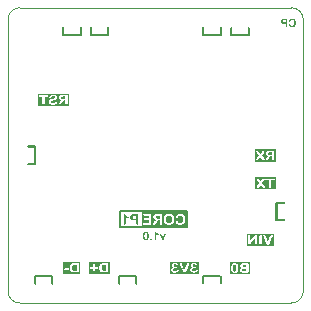
<source format=gbo>
%TF.GenerationSoftware,KiCad,Pcbnew,9.0.1*%
%TF.CreationDate,2025-12-15T20:55:04-06:00*%
%TF.ProjectId,ProtoCore_v1,50726f74-6f43-46f7-9265-5f76312e6b69,rev?*%
%TF.SameCoordinates,Original*%
%TF.FileFunction,Legend,Bot*%
%TF.FilePolarity,Positive*%
%FSLAX46Y46*%
G04 Gerber Fmt 4.6, Leading zero omitted, Abs format (unit mm)*
G04 Created by KiCad (PCBNEW 9.0.1) date 2025-12-15 20:55:04*
%MOMM*%
%LPD*%
G01*
G04 APERTURE LIST*
%ADD10C,0.150000*%
%ADD11C,0.100000*%
%ADD12C,0.200000*%
%ADD13C,0.175000*%
%ADD14R,1.750000X1.000000*%
%ADD15R,1.000000X1.750000*%
%ADD16C,0.800000*%
%TA.AperFunction,Profile*%
%ADD17C,0.100000*%
%TD*%
G04 APERTURE END LIST*
D10*
X147010000Y-104740000D02*
X152640000Y-104740000D01*
X152640000Y-106100000D01*
X147010000Y-106100000D01*
X147010000Y-104740000D01*
D11*
X144525000Y-89150000D02*
X144525000Y-89750000D01*
X160250000Y-105425000D02*
X160250000Y-103975000D01*
D12*
X142125000Y-89175000D02*
X142125000Y-89775000D01*
X146000000Y-89175000D02*
X146000000Y-89775000D01*
X154000000Y-89175000D02*
X154000000Y-89775000D01*
X139200000Y-100750000D02*
X139800000Y-100750000D01*
X155475000Y-89775000D02*
X154025000Y-89775000D01*
D11*
X148855000Y-104780000D02*
X148855000Y-106070000D01*
D12*
X154025000Y-110225000D02*
X155475000Y-110225000D01*
X139775000Y-110225000D02*
X141225000Y-110225000D01*
D11*
X157850000Y-89150000D02*
X157850000Y-89750000D01*
X141225000Y-110850000D02*
X141225000Y-110250000D01*
D12*
X160225000Y-105475000D02*
X160225000Y-104025000D01*
D11*
X157850000Y-89750000D02*
X156400000Y-89750000D01*
X160850000Y-103975000D02*
X160250000Y-103975000D01*
D12*
X148375000Y-110800000D02*
X148375000Y-110200000D01*
D11*
X139175000Y-100725000D02*
X139775000Y-100725000D01*
D12*
X160825000Y-105500000D02*
X160225000Y-105500000D01*
D11*
X139775000Y-110250000D02*
X141225000Y-110250000D01*
X160850000Y-105425000D02*
X160250000Y-105425000D01*
X139775000Y-110850000D02*
X139775000Y-110250000D01*
D12*
X143650000Y-89175000D02*
X143650000Y-89775000D01*
X157850000Y-89800000D02*
X156400000Y-89800000D01*
D11*
X143600000Y-89750000D02*
X142150000Y-89750000D01*
X145975000Y-89750000D02*
X144525000Y-89750000D01*
X148935000Y-104830000D02*
X152545000Y-104830000D01*
D12*
X146875000Y-110825000D02*
X146875000Y-110225000D01*
X139800000Y-99275000D02*
X139800000Y-100725000D01*
X157875000Y-89200000D02*
X157875000Y-89800000D01*
D11*
X148885000Y-106000000D02*
X152565000Y-106000000D01*
D12*
X156375000Y-89200000D02*
X156375000Y-89800000D01*
X155500000Y-89175000D02*
X155500000Y-89775000D01*
D11*
X156400000Y-89150000D02*
X156400000Y-89750000D01*
D12*
X139750000Y-110825000D02*
X139750000Y-110225000D01*
D11*
X143600000Y-89150000D02*
X143600000Y-89750000D01*
D12*
X143600000Y-89775000D02*
X142150000Y-89775000D01*
X144500000Y-89175000D02*
X144500000Y-89775000D01*
X154000000Y-110825000D02*
X154000000Y-110225000D01*
D11*
X142150000Y-89150000D02*
X142150000Y-89750000D01*
D12*
X155500000Y-110825000D02*
X155500000Y-110225000D01*
D11*
X148350000Y-110850000D02*
X148350000Y-110250000D01*
X146900000Y-110250000D02*
X148350000Y-110250000D01*
X139175000Y-99275000D02*
X139775000Y-99275000D01*
X139775000Y-99275000D02*
X139775000Y-100725000D01*
D12*
X141250000Y-110825000D02*
X141250000Y-110225000D01*
X146900000Y-110225000D02*
X148350000Y-110225000D01*
X160825000Y-104000000D02*
X160225000Y-104000000D01*
D11*
X146900000Y-110850000D02*
X146900000Y-110250000D01*
X145975000Y-89150000D02*
X145975000Y-89750000D01*
D12*
X145975000Y-89775000D02*
X144525000Y-89775000D01*
X139200000Y-99250000D02*
X139800000Y-99250000D01*
D11*
X155475000Y-89750000D02*
X154025000Y-89750000D01*
X155475000Y-89150000D02*
X155475000Y-89750000D01*
X154025000Y-89150000D02*
X154025000Y-89750000D01*
D12*
G36*
X156732143Y-109246409D02*
G01*
X156762110Y-109259468D01*
X156786668Y-109281369D01*
X156806334Y-109314177D01*
X156822100Y-109363691D01*
X156833350Y-109436111D01*
X156837713Y-109538197D01*
X156833958Y-109636568D01*
X156824249Y-109706773D01*
X156812247Y-109749701D01*
X156797027Y-109781946D01*
X156779241Y-109805643D01*
X156755944Y-109824013D01*
X156727947Y-109835079D01*
X156693787Y-109838958D01*
X156658464Y-109834900D01*
X156629894Y-109823372D01*
X156606464Y-109804275D01*
X156588633Y-109779738D01*
X156573625Y-109747135D01*
X156562061Y-109704575D01*
X156552816Y-109634488D01*
X156549201Y-109533801D01*
X156552959Y-109438105D01*
X156562665Y-109369914D01*
X156574653Y-109328311D01*
X156589881Y-109297053D01*
X156607728Y-109274073D01*
X156630946Y-109256434D01*
X156659495Y-109245654D01*
X156694996Y-109241833D01*
X156732143Y-109246409D01*
G37*
G36*
X157691763Y-109813947D02*
G01*
X157497389Y-109813947D01*
X157433792Y-109809628D01*
X157387763Y-109798234D01*
X157355094Y-109781373D01*
X157332698Y-109759508D01*
X157318969Y-109731871D01*
X157314060Y-109696613D01*
X157319776Y-109658898D01*
X157335582Y-109630698D01*
X157361376Y-109609614D01*
X157394481Y-109595703D01*
X157440587Y-109586205D01*
X157503544Y-109582600D01*
X157691763Y-109582600D01*
X157691763Y-109813947D01*
G37*
G36*
X157691763Y-109463801D02*
G01*
X157526295Y-109463801D01*
X157462309Y-109460547D01*
X157421606Y-109452517D01*
X157399071Y-109442754D01*
X157380532Y-109428618D01*
X157365498Y-109409579D01*
X157354178Y-109385912D01*
X157350330Y-109359216D01*
X157356285Y-109322255D01*
X157372307Y-109296978D01*
X157398251Y-109280179D01*
X157431169Y-109270280D01*
X157478738Y-109263290D01*
X157545309Y-109260591D01*
X157691763Y-109260591D01*
X157691763Y-109463801D01*
G37*
G36*
X157977840Y-110051505D02*
G01*
X156277248Y-110051505D01*
X156277248Y-109544792D01*
X156377248Y-109544792D01*
X156380599Y-109631810D01*
X156389613Y-109699886D01*
X156407414Y-109762391D01*
X156435280Y-109817709D01*
X156466585Y-109857750D01*
X156502769Y-109890501D01*
X156544146Y-109916676D01*
X156590016Y-109935929D01*
X156639212Y-109947547D01*
X156692578Y-109951505D01*
X156753544Y-109946204D01*
X156809317Y-109930616D01*
X156861124Y-109904561D01*
X156906170Y-109869783D01*
X156943483Y-109826887D01*
X156973341Y-109774722D01*
X156989682Y-109727473D01*
X156993743Y-109708874D01*
X157125511Y-109708874D01*
X157129944Y-109752989D01*
X157142944Y-109793384D01*
X157164528Y-109830849D01*
X157193671Y-109863943D01*
X157228549Y-109890480D01*
X157269822Y-109910960D01*
X157313222Y-109923829D01*
X157364948Y-109932698D01*
X157420771Y-109937308D01*
X157490025Y-109939000D01*
X157765403Y-109939000D01*
X157804782Y-109935803D01*
X157832591Y-109927398D01*
X157851846Y-109914819D01*
X157865414Y-109897172D01*
X157874436Y-109872380D01*
X157877840Y-109838078D01*
X157877840Y-109236459D01*
X157874321Y-109201472D01*
X157865054Y-109176594D01*
X157851187Y-109159230D01*
X157831640Y-109146862D01*
X157803964Y-109138644D01*
X157765403Y-109135538D01*
X157473428Y-109135538D01*
X157410817Y-109137462D01*
X157361156Y-109142670D01*
X157315565Y-109153272D01*
X157275812Y-109170221D01*
X157245504Y-109189429D01*
X157218769Y-109213305D01*
X157196892Y-109240820D01*
X157180960Y-109270995D01*
X157171228Y-109303272D01*
X157167936Y-109337722D01*
X157170457Y-109359216D01*
X157173353Y-109383912D01*
X157188884Y-109423373D01*
X157214341Y-109457542D01*
X157250722Y-109487295D01*
X157300102Y-109512845D01*
X157243616Y-109533473D01*
X157200275Y-109558642D01*
X157167813Y-109588122D01*
X157144746Y-109622284D01*
X157130508Y-109662066D01*
X157126820Y-109696613D01*
X157125511Y-109708874D01*
X156993743Y-109708874D01*
X157001423Y-109673703D01*
X157008018Y-109617256D01*
X157010326Y-109554122D01*
X157007727Y-109473190D01*
X157000489Y-109404645D01*
X156987289Y-109340718D01*
X156969659Y-109290144D01*
X156940843Y-109240833D01*
X156905554Y-109201382D01*
X156863597Y-109170465D01*
X156815279Y-109147969D01*
X156760398Y-109134113D01*
X156697469Y-109129286D01*
X156635827Y-109134037D01*
X156581844Y-109147702D01*
X156533040Y-109170370D01*
X156490620Y-109201533D01*
X156454950Y-109240348D01*
X156424125Y-109289118D01*
X156405359Y-109333725D01*
X156390599Y-109389719D01*
X156380819Y-109459272D01*
X156377707Y-109533801D01*
X156377248Y-109544792D01*
X156277248Y-109544792D01*
X156277248Y-109029286D01*
X157977840Y-109029286D01*
X157977840Y-110051505D01*
G37*
G36*
X148469165Y-104966554D02*
G01*
X148497961Y-104975682D01*
X148518439Y-104989374D01*
X148533139Y-105008827D01*
X148542918Y-105036852D01*
X148546631Y-105076477D01*
X148546631Y-105769510D01*
X148543382Y-105805066D01*
X148534567Y-105832116D01*
X148520967Y-105852601D01*
X148502202Y-105868301D01*
X148479987Y-105877763D01*
X148453263Y-105881068D01*
X148427780Y-105877801D01*
X148405934Y-105868312D01*
X148386823Y-105852327D01*
X148372859Y-105831574D01*
X148363825Y-105804202D01*
X148360499Y-105768246D01*
X148360499Y-105515290D01*
X148195031Y-105515290D01*
X148109377Y-105509998D01*
X148040402Y-105495459D01*
X147985140Y-105473198D01*
X147941140Y-105444014D01*
X147904756Y-105405531D01*
X147878335Y-105359025D01*
X147861682Y-105302840D01*
X147856086Y-105238593D01*
X148044345Y-105238593D01*
X148050337Y-105284210D01*
X148066767Y-105317783D01*
X148093537Y-105343247D01*
X148132108Y-105361307D01*
X148177841Y-105370958D01*
X148239324Y-105374606D01*
X148360499Y-105374606D01*
X148360499Y-105103789D01*
X148239324Y-105103789D01*
X148175251Y-105107148D01*
X148130027Y-105115823D01*
X148099147Y-105128119D01*
X148078912Y-105143027D01*
X148060022Y-105169437D01*
X148048427Y-105200831D01*
X148044345Y-105238593D01*
X147856086Y-105238593D01*
X147855741Y-105234636D01*
X147861195Y-105172119D01*
X147876789Y-105118133D01*
X147902852Y-105070089D01*
X147938448Y-105030425D01*
X147982406Y-104999900D01*
X148034728Y-104979152D01*
X148096959Y-104967744D01*
X148195086Y-104963106D01*
X148429303Y-104963106D01*
X148469165Y-104966554D01*
G37*
G36*
X147449956Y-105779896D02*
G01*
X147449956Y-105225184D01*
X147558741Y-105301555D01*
X147623011Y-105334882D01*
X147658454Y-105342952D01*
X147683219Y-105337813D01*
X147705550Y-105321849D01*
X147720956Y-105298852D01*
X147725993Y-105272885D01*
X147720633Y-105244130D01*
X147705935Y-105225569D01*
X147681706Y-105210229D01*
X147635867Y-105186991D01*
X147566537Y-105149503D01*
X147517275Y-105113407D01*
X147475383Y-105072463D01*
X147438470Y-105026853D01*
X147393353Y-104967502D01*
X147379572Y-104959445D01*
X147352906Y-104956071D01*
X147331847Y-104959004D01*
X147314279Y-104967484D01*
X147299325Y-104981845D01*
X147284662Y-105010942D01*
X147279212Y-105052462D01*
X147279212Y-105755826D01*
X147283773Y-105806868D01*
X147295504Y-105841121D01*
X147312644Y-105863313D01*
X147335258Y-105876415D01*
X147365216Y-105881068D01*
X147389575Y-105878079D01*
X147409747Y-105869539D01*
X147426710Y-105855404D01*
X147439014Y-105836884D01*
X147447006Y-105812316D01*
X147449956Y-105779896D01*
G37*
G36*
X160012520Y-107651505D02*
G01*
X157731278Y-107651505D01*
X157731278Y-106814380D01*
X157831278Y-106814380D01*
X157831278Y-107444478D01*
X157836162Y-107486532D01*
X157848974Y-107515550D01*
X157868351Y-107535099D01*
X157894978Y-107547121D01*
X157931406Y-107551505D01*
X157955568Y-107549840D01*
X157976359Y-107545106D01*
X157995452Y-107537007D01*
X158013728Y-107524931D01*
X158045931Y-107492691D01*
X158075552Y-107455127D01*
X158414732Y-106992482D01*
X158414732Y-107456983D01*
X158417840Y-107487257D01*
X158426264Y-107510209D01*
X158439241Y-107527520D01*
X158457039Y-107540824D01*
X158477641Y-107548759D01*
X158501945Y-107551505D01*
X158527085Y-107548692D01*
X158547882Y-107540644D01*
X158565362Y-107527276D01*
X158577968Y-107509876D01*
X158586146Y-107486992D01*
X158589158Y-107457032D01*
X158589158Y-106838951D01*
X158587718Y-106819851D01*
X158792050Y-106819851D01*
X158792050Y-107451023D01*
X158795389Y-107483841D01*
X158804370Y-107508326D01*
X158818099Y-107526445D01*
X158837009Y-107540266D01*
X158859306Y-107548597D01*
X158886023Y-107551505D01*
X158911512Y-107548614D01*
X158933261Y-107540236D01*
X158952188Y-107526152D01*
X158965925Y-107507868D01*
X158974870Y-107483443D01*
X158978182Y-107451023D01*
X158978182Y-106819851D01*
X158975582Y-106794157D01*
X159118975Y-106794157D01*
X159122712Y-106820437D01*
X159132000Y-106847939D01*
X159143046Y-106875587D01*
X159361325Y-107399097D01*
X159384736Y-107456299D01*
X159397674Y-107482321D01*
X159411994Y-107504170D01*
X159429962Y-107522901D01*
X159453429Y-107538218D01*
X159481290Y-107547992D01*
X159516682Y-107551505D01*
X159552052Y-107548055D01*
X159579935Y-107538462D01*
X159603410Y-107523292D01*
X159621700Y-107504170D01*
X159649233Y-107456055D01*
X159672643Y-107399097D01*
X159887186Y-106879935D01*
X159898617Y-106852042D01*
X159908509Y-106822342D01*
X159912520Y-106795231D01*
X159906319Y-106768488D01*
X159886802Y-106743354D01*
X159868261Y-106730361D01*
X159847019Y-106722591D01*
X159822230Y-106719907D01*
X159791941Y-106723166D01*
X159770255Y-106731946D01*
X159754911Y-106745796D01*
X159736672Y-106775858D01*
X159714849Y-106827569D01*
X159512341Y-107360605D01*
X159309283Y-106823759D01*
X159285213Y-106764163D01*
X159274674Y-106748379D01*
X159258230Y-106733584D01*
X159236918Y-106723591D01*
X159206793Y-106719907D01*
X159183790Y-106722564D01*
X159162609Y-106730507D01*
X159144361Y-106742905D01*
X159130626Y-106758692D01*
X159121796Y-106776609D01*
X159118975Y-106794157D01*
X158975582Y-106794157D01*
X158974899Y-106787407D01*
X158966054Y-106763095D01*
X158952518Y-106745015D01*
X158933797Y-106731120D01*
X158911958Y-106722797D01*
X158886023Y-106719907D01*
X158859286Y-106722791D01*
X158836989Y-106731047D01*
X158818099Y-106744722D01*
X158804383Y-106762662D01*
X158795397Y-106787036D01*
X158792050Y-106819851D01*
X158587718Y-106819851D01*
X158586340Y-106801567D01*
X158579211Y-106776620D01*
X158563563Y-106754041D01*
X158539808Y-106735734D01*
X158511087Y-106723836D01*
X158480403Y-106719907D01*
X158456575Y-106721839D01*
X158437593Y-106727185D01*
X158420818Y-106735698D01*
X158406379Y-106746676D01*
X158379121Y-106778232D01*
X158350435Y-106818385D01*
X158002627Y-107288357D01*
X158002627Y-106814819D01*
X157999671Y-106783885D01*
X157991742Y-106760802D01*
X157979711Y-106743745D01*
X157962846Y-106730608D01*
X157942589Y-106722685D01*
X157917887Y-106719907D01*
X157892323Y-106722701D01*
X157871578Y-106730620D01*
X157854524Y-106743647D01*
X157842301Y-106760665D01*
X157834268Y-106783640D01*
X157831278Y-106814380D01*
X157731278Y-106814380D01*
X157731278Y-106619907D01*
X160012520Y-106619907D01*
X160012520Y-107651505D01*
G37*
G36*
X145814290Y-109782695D02*
G01*
X145677728Y-109782695D01*
X145606672Y-109780545D01*
X145553586Y-109769701D01*
X145527750Y-109759141D01*
X145506105Y-109745374D01*
X145475761Y-109716905D01*
X145451015Y-109680765D01*
X145432038Y-109635461D01*
X145419619Y-109579051D01*
X145415100Y-109509240D01*
X145420474Y-109430620D01*
X145434583Y-109373316D01*
X145455107Y-109332457D01*
X145485189Y-109296805D01*
X145517865Y-109272563D01*
X145553640Y-109257866D01*
X145615549Y-109246179D01*
X145695533Y-109241843D01*
X145814290Y-109241843D01*
X145814290Y-109782695D01*
G37*
G36*
X146100422Y-110014000D02*
G01*
X144382025Y-110014000D01*
X144382025Y-109445053D01*
X144482025Y-109445053D01*
X144482025Y-109591990D01*
X144718715Y-109591990D01*
X144718715Y-109798326D01*
X144880831Y-109798326D01*
X144880831Y-109591990D01*
X145116311Y-109591990D01*
X145116311Y-109510266D01*
X145226550Y-109510266D01*
X145230251Y-109580819D01*
X145240729Y-109642255D01*
X145259062Y-109699787D01*
X145284528Y-109750015D01*
X145318236Y-109795389D01*
X145360530Y-109835939D01*
X145398810Y-109862074D01*
X145440269Y-109882346D01*
X145484804Y-109897147D01*
X145533197Y-109906916D01*
X145584447Y-109912127D01*
X145645140Y-109914000D01*
X145883094Y-109914000D01*
X145929828Y-109910106D01*
X145959096Y-109900371D01*
X145980387Y-109883855D01*
X145992618Y-109862025D01*
X145998249Y-109835492D01*
X146000422Y-109798326D01*
X146000422Y-109211459D01*
X145996887Y-109176871D01*
X145987529Y-109152031D01*
X145973439Y-109134474D01*
X145953658Y-109121977D01*
X145925676Y-109113675D01*
X145886721Y-109110538D01*
X145648822Y-109110538D01*
X145559205Y-109114683D01*
X145489069Y-109125877D01*
X145446200Y-109139000D01*
X145405963Y-109158077D01*
X145367949Y-109183469D01*
X145326471Y-109220577D01*
X145292107Y-109263465D01*
X145264606Y-109312827D01*
X145244106Y-109369610D01*
X145231128Y-109434977D01*
X145226612Y-109509240D01*
X145226550Y-109510266D01*
X145116311Y-109510266D01*
X145116311Y-109445053D01*
X144880831Y-109445053D01*
X144880831Y-109235591D01*
X144718715Y-109235591D01*
X144718715Y-109445053D01*
X144482025Y-109445053D01*
X144382025Y-109445053D01*
X144382025Y-109010538D01*
X146100422Y-109010538D01*
X146100422Y-110014000D01*
G37*
G36*
X159866763Y-99951306D02*
G01*
X159704977Y-99951306D01*
X159642091Y-99948574D01*
X159594903Y-99941341D01*
X159554583Y-99927366D01*
X159527144Y-99907635D01*
X159514656Y-99890642D01*
X159506716Y-99869198D01*
X159503843Y-99842080D01*
X159508642Y-99811084D01*
X159522637Y-99784586D01*
X159544797Y-99763031D01*
X159574679Y-99747461D01*
X159614089Y-99739366D01*
X159700086Y-99735591D01*
X159866763Y-99735591D01*
X159866763Y-99951306D01*
G37*
G36*
X160152840Y-100526505D02*
G01*
X158406746Y-100526505D01*
X158406746Y-100355772D01*
X158506746Y-100355772D01*
X158509452Y-100374558D01*
X158517462Y-100391480D01*
X158530234Y-100405842D01*
X158547632Y-100417028D01*
X158568065Y-100424079D01*
X158591486Y-100426505D01*
X158616382Y-100423940D01*
X158635999Y-100416784D01*
X158652586Y-100405799D01*
X158665400Y-100392750D01*
X158706726Y-100337503D01*
X158863896Y-100118319D01*
X159030848Y-100344048D01*
X159058875Y-100382297D01*
X159079098Y-100403790D01*
X159107290Y-100420399D01*
X159124489Y-100424895D01*
X159145484Y-100426505D01*
X159176889Y-100421774D01*
X159201757Y-100408089D01*
X159218107Y-100386431D01*
X159223087Y-100359924D01*
X159299302Y-100359924D01*
X159302100Y-100375799D01*
X159310952Y-100392164D01*
X159324603Y-100406359D01*
X159342661Y-100417321D01*
X159363833Y-100424121D01*
X159388988Y-100426505D01*
X159418391Y-100423084D01*
X159441524Y-100413462D01*
X159461174Y-100398769D01*
X159477959Y-100380538D01*
X159518955Y-100322408D01*
X159592155Y-100214160D01*
X159631587Y-100158945D01*
X159662277Y-100123790D01*
X159694558Y-100096884D01*
X159724706Y-100081487D01*
X159758657Y-100073216D01*
X159804555Y-100070106D01*
X159866763Y-100070106D01*
X159866763Y-100326023D01*
X159870104Y-100359606D01*
X159879010Y-100384197D01*
X159892482Y-100401983D01*
X159911133Y-100415501D01*
X159933125Y-100423657D01*
X159959472Y-100426505D01*
X159987826Y-100423457D01*
X160010360Y-100414901D01*
X160028440Y-100400957D01*
X160041314Y-100382651D01*
X160049727Y-100358340D01*
X160052840Y-100326267D01*
X160052840Y-99711313D01*
X160049312Y-99676788D01*
X160039973Y-99651996D01*
X160025912Y-99634474D01*
X160006131Y-99621977D01*
X159978149Y-99613675D01*
X159939193Y-99610538D01*
X159642274Y-99610538D01*
X159536871Y-99615228D01*
X159494523Y-99622440D01*
X159457736Y-99634181D01*
X159417555Y-99653461D01*
X159382228Y-99679659D01*
X159353352Y-99711614D01*
X159332329Y-99748438D01*
X159319555Y-99788564D01*
X159315239Y-99831431D01*
X159316177Y-99842080D01*
X159319163Y-99875966D01*
X159330297Y-99914024D01*
X159348090Y-99946731D01*
X159372556Y-99974949D01*
X159414245Y-100005705D01*
X159469445Y-100030991D01*
X159541267Y-100050175D01*
X159498360Y-100075989D01*
X159452240Y-100116219D01*
X159410205Y-100162633D01*
X159373051Y-100211815D01*
X159341030Y-100261779D01*
X159318756Y-100303406D01*
X159302958Y-100341648D01*
X159299302Y-100359924D01*
X159223087Y-100359924D01*
X159224069Y-100354697D01*
X159219953Y-100328468D01*
X159205972Y-100295961D01*
X159178841Y-100255290D01*
X158977872Y-99995318D01*
X159146912Y-99762457D01*
X159183073Y-99703741D01*
X159192261Y-99679084D01*
X159195163Y-99656260D01*
X159189533Y-99634273D01*
X159171587Y-99613762D01*
X159145636Y-99599698D01*
X159114105Y-99594907D01*
X159078702Y-99600299D01*
X159053654Y-99615325D01*
X159031091Y-99640548D01*
X158994578Y-99690357D01*
X158860764Y-99884286D01*
X158717772Y-99690357D01*
X158687327Y-99647907D01*
X158662817Y-99618501D01*
X158636164Y-99600866D01*
X158620608Y-99596464D01*
X158601982Y-99594907D01*
X158569533Y-99599784D01*
X158544500Y-99613762D01*
X158527644Y-99634501D01*
X158522133Y-99658459D01*
X158526189Y-99682454D01*
X158540604Y-99715080D01*
X158569724Y-99759233D01*
X158746788Y-99995367D01*
X158556205Y-100255290D01*
X158518561Y-100312492D01*
X158509549Y-100335277D01*
X158506746Y-100355772D01*
X158406746Y-100355772D01*
X158406746Y-99494907D01*
X160152840Y-99494907D01*
X160152840Y-100526505D01*
G37*
D13*
G36*
X161273514Y-88907584D02*
G01*
X161277428Y-88941588D01*
X161290141Y-88980460D01*
X161310821Y-89018279D01*
X161342287Y-89057269D01*
X161367515Y-89080294D01*
X161397573Y-89100695D01*
X161433072Y-89118433D01*
X161470617Y-89131154D01*
X161513247Y-89139141D01*
X161561769Y-89141942D01*
X161616035Y-89139195D01*
X161663026Y-89131427D01*
X161706931Y-89117876D01*
X161745904Y-89098772D01*
X161781212Y-89073383D01*
X161814335Y-89040257D01*
X161840020Y-89005302D01*
X161861907Y-88965971D01*
X161879033Y-88923758D01*
X161891400Y-88878349D01*
X161898715Y-88830903D01*
X161901230Y-88779442D01*
X161898320Y-88723199D01*
X161889948Y-88672697D01*
X161876525Y-88627236D01*
X161857356Y-88583982D01*
X161833748Y-88545787D01*
X161805658Y-88512131D01*
X161773130Y-88482762D01*
X161737229Y-88458556D01*
X161697605Y-88439298D01*
X161655689Y-88425478D01*
X161611823Y-88417122D01*
X161565616Y-88414293D01*
X161509451Y-88418261D01*
X161459000Y-88429733D01*
X161413367Y-88448359D01*
X161371007Y-88473798D01*
X161337277Y-88501902D01*
X161311042Y-88532690D01*
X161290353Y-88567457D01*
X161279001Y-88598859D01*
X161275437Y-88627792D01*
X161279794Y-88651133D01*
X161293047Y-88671774D01*
X161312570Y-88686082D01*
X161335619Y-88690795D01*
X161360951Y-88687162D01*
X161377336Y-88677587D01*
X161390700Y-88661549D01*
X161408067Y-88632536D01*
X161428488Y-88599458D01*
X161450087Y-88573947D01*
X161472865Y-88554873D01*
X161498802Y-88540926D01*
X161529062Y-88532243D01*
X161564633Y-88529185D01*
X161606633Y-88533490D01*
X161642976Y-88545889D01*
X161674859Y-88566268D01*
X161703033Y-88595393D01*
X161724266Y-88629346D01*
X161740356Y-88670990D01*
X161750776Y-88721883D01*
X161754538Y-88783888D01*
X161751693Y-88838150D01*
X161743819Y-88882930D01*
X161731714Y-88919723D01*
X161713773Y-88953678D01*
X161692286Y-88980221D01*
X161667172Y-89000421D01*
X161638318Y-89015004D01*
X161605994Y-89023949D01*
X161569420Y-89027050D01*
X161529870Y-89023486D01*
X161495995Y-89013317D01*
X161466710Y-88996874D01*
X161441677Y-88974320D01*
X161420560Y-88945123D01*
X161403366Y-88908097D01*
X161392695Y-88881832D01*
X161380584Y-88862235D01*
X161370191Y-88852673D01*
X161355951Y-88846606D01*
X161336559Y-88844368D01*
X161312502Y-88848907D01*
X161292107Y-88862534D01*
X161278206Y-88882752D01*
X161273514Y-88907584D01*
G37*
G36*
X161088327Y-88430653D02*
G01*
X161110724Y-88437753D01*
X161126651Y-88448402D01*
X161138084Y-88463532D01*
X161145690Y-88485329D01*
X161148578Y-88516149D01*
X161148578Y-89055174D01*
X161146051Y-89082829D01*
X161139195Y-89103868D01*
X161128617Y-89119801D01*
X161114022Y-89132012D01*
X161096744Y-89139371D01*
X161075958Y-89141942D01*
X161056138Y-89139401D01*
X161039147Y-89132021D01*
X161024282Y-89119587D01*
X161013422Y-89103447D01*
X161006396Y-89082157D01*
X161003809Y-89054191D01*
X161003809Y-88857448D01*
X160875111Y-88857448D01*
X160808492Y-88853331D01*
X160754844Y-88842024D01*
X160711863Y-88824710D01*
X160677641Y-88802010D01*
X160649341Y-88772079D01*
X160628792Y-88735908D01*
X160615840Y-88692209D01*
X160611487Y-88642239D01*
X160757911Y-88642239D01*
X160762572Y-88677719D01*
X160775350Y-88703831D01*
X160796172Y-88723636D01*
X160826171Y-88737683D01*
X160861741Y-88745190D01*
X160909562Y-88748027D01*
X161003809Y-88748027D01*
X161003809Y-88537392D01*
X160909562Y-88537392D01*
X160859727Y-88540004D01*
X160824552Y-88546751D01*
X160800535Y-88556315D01*
X160784796Y-88567910D01*
X160770104Y-88588451D01*
X160761086Y-88612868D01*
X160757911Y-88642239D01*
X160611487Y-88642239D01*
X160611219Y-88639162D01*
X160615461Y-88590537D01*
X160627589Y-88548547D01*
X160647861Y-88511181D01*
X160675546Y-88480330D01*
X160709736Y-88456589D01*
X160750431Y-88440452D01*
X160798833Y-88431579D01*
X160875154Y-88427971D01*
X161057322Y-88427971D01*
X161088327Y-88430653D01*
G37*
D12*
G36*
X160163954Y-102876505D02*
G01*
X158450448Y-102876505D01*
X158450448Y-102705772D01*
X158550448Y-102705772D01*
X158553154Y-102724558D01*
X158561164Y-102741480D01*
X158573936Y-102755842D01*
X158591334Y-102767028D01*
X158611767Y-102774079D01*
X158635188Y-102776505D01*
X158660084Y-102773940D01*
X158679701Y-102766784D01*
X158696288Y-102755799D01*
X158709102Y-102742750D01*
X158750428Y-102687503D01*
X158907598Y-102468319D01*
X159074550Y-102694048D01*
X159102577Y-102732297D01*
X159122800Y-102753790D01*
X159150992Y-102770399D01*
X159168191Y-102774895D01*
X159189186Y-102776505D01*
X159220591Y-102771774D01*
X159245459Y-102758089D01*
X159261809Y-102736431D01*
X159267771Y-102704697D01*
X159263656Y-102678468D01*
X159249674Y-102645961D01*
X159222543Y-102605290D01*
X159021574Y-102345318D01*
X159190614Y-102112457D01*
X159226775Y-102053741D01*
X159235767Y-102029610D01*
X159294369Y-102029610D01*
X159300473Y-102057706D01*
X159318274Y-102079289D01*
X159346201Y-102092890D01*
X159389550Y-102098096D01*
X159587002Y-102098096D01*
X159587002Y-102676414D01*
X159590322Y-102709491D01*
X159599209Y-102733944D01*
X159612721Y-102751836D01*
X159631404Y-102765471D01*
X159653227Y-102773658D01*
X159679161Y-102776505D01*
X159705485Y-102773622D01*
X159727613Y-102765335D01*
X159746536Y-102751543D01*
X159760237Y-102733491D01*
X159769198Y-102709100D01*
X159772529Y-102676414D01*
X159772529Y-102098096D01*
X159969926Y-102098096D01*
X160000886Y-102095669D01*
X160023826Y-102089168D01*
X160040653Y-102079289D01*
X160057982Y-102057752D01*
X160063954Y-102029610D01*
X160057701Y-102000548D01*
X160039719Y-101979052D01*
X160011768Y-101965608D01*
X159969926Y-101960538D01*
X159389550Y-101960538D01*
X159358240Y-101963001D01*
X159335031Y-101969602D01*
X159317999Y-101979638D01*
X159300406Y-102001408D01*
X159294369Y-102029610D01*
X159235767Y-102029610D01*
X159235963Y-102029084D01*
X159238865Y-102006260D01*
X159233235Y-101984273D01*
X159215289Y-101963762D01*
X159189338Y-101949698D01*
X159157807Y-101944907D01*
X159122405Y-101950299D01*
X159097356Y-101965325D01*
X159074793Y-101990548D01*
X159038280Y-102040357D01*
X158904466Y-102234286D01*
X158761474Y-102040357D01*
X158731029Y-101997907D01*
X158706519Y-101968501D01*
X158679866Y-101950866D01*
X158664310Y-101946464D01*
X158645684Y-101944907D01*
X158613235Y-101949784D01*
X158588202Y-101963762D01*
X158571346Y-101984501D01*
X158565835Y-102008459D01*
X158569891Y-102032454D01*
X158584306Y-102065080D01*
X158613426Y-102109233D01*
X158790490Y-102345367D01*
X158599907Y-102605290D01*
X158562263Y-102662492D01*
X158553251Y-102685277D01*
X158550448Y-102705772D01*
X158450448Y-102705772D01*
X158450448Y-101844907D01*
X160163954Y-101844907D01*
X160163954Y-102876505D01*
G37*
G36*
X153663505Y-110026505D02*
G01*
X151216080Y-110026505D01*
X151216080Y-109670196D01*
X151316080Y-109670196D01*
X151321704Y-109719046D01*
X151338667Y-109766428D01*
X151366382Y-109810087D01*
X151405217Y-109849226D01*
X151452749Y-109881351D01*
X151509356Y-109906037D01*
X151571743Y-109921232D01*
X151642456Y-109926505D01*
X151691351Y-109923767D01*
X151735436Y-109915856D01*
X151775391Y-109903057D01*
X151829873Y-109876048D01*
X151872111Y-109844341D01*
X151906096Y-109807717D01*
X151929649Y-109771362D01*
X151944929Y-109734714D01*
X151949158Y-109708836D01*
X151943089Y-109679390D01*
X151925582Y-109656958D01*
X151899426Y-109642260D01*
X151866891Y-109637224D01*
X151849663Y-109639480D01*
X151832709Y-109646456D01*
X151818778Y-109656944D01*
X151811112Y-109668633D01*
X151775877Y-109738113D01*
X151743078Y-109780643D01*
X151716433Y-109800480D01*
X151683158Y-109812716D01*
X151641247Y-109817084D01*
X151604454Y-109813027D01*
X151568652Y-109800671D01*
X151537034Y-109780479D01*
X151510894Y-109751822D01*
X151493947Y-109717384D01*
X151488088Y-109676791D01*
X151492822Y-109636003D01*
X151505982Y-109603618D01*
X151526941Y-109577775D01*
X151555215Y-109558380D01*
X151590574Y-109546299D01*
X151635092Y-109541969D01*
X151673121Y-109544167D01*
X151706423Y-109546365D01*
X151738052Y-109542253D01*
X151759894Y-109531124D01*
X151773893Y-109513365D01*
X151778853Y-109488724D01*
X151773141Y-109464605D01*
X151756157Y-109445786D01*
X151729886Y-109433975D01*
X151689167Y-109429422D01*
X151663998Y-109429422D01*
X151627889Y-109426052D01*
X151596134Y-109416273D01*
X151567773Y-109400064D01*
X151545767Y-109378217D01*
X151532259Y-109350716D01*
X151527436Y-109315800D01*
X151531049Y-109289054D01*
X151541642Y-109265328D01*
X151559529Y-109243846D01*
X151582840Y-109227384D01*
X151611214Y-109217283D01*
X151646138Y-109213706D01*
X151681398Y-109216220D01*
X151707247Y-109222890D01*
X151729060Y-109233781D01*
X151745111Y-109247168D01*
X151771599Y-109286247D01*
X151794570Y-109331578D01*
X151803248Y-109342785D01*
X151817431Y-109351606D01*
X151834768Y-109356925D01*
X151855185Y-109358787D01*
X151879012Y-109354406D01*
X151901622Y-109340566D01*
X151917247Y-109319751D01*
X151922725Y-109292011D01*
X151918112Y-109263284D01*
X151903161Y-109231341D01*
X151879816Y-109201015D01*
X151846173Y-109170817D01*
X151843490Y-109169157D01*
X152045713Y-109169157D01*
X152049450Y-109195437D01*
X152058737Y-109222939D01*
X152069783Y-109250587D01*
X152288063Y-109774097D01*
X152311474Y-109831299D01*
X152324411Y-109857321D01*
X152338731Y-109879170D01*
X152356700Y-109897901D01*
X152380167Y-109913218D01*
X152408028Y-109922992D01*
X152443420Y-109926505D01*
X152478790Y-109923055D01*
X152506673Y-109913462D01*
X152530148Y-109898292D01*
X152548438Y-109879170D01*
X152575970Y-109831055D01*
X152599381Y-109774097D01*
X152642318Y-109670196D01*
X152930428Y-109670196D01*
X152936052Y-109719046D01*
X152953014Y-109766428D01*
X152980730Y-109810087D01*
X153019564Y-109849226D01*
X153067096Y-109881351D01*
X153123703Y-109906037D01*
X153186090Y-109921232D01*
X153256803Y-109926505D01*
X153305699Y-109923767D01*
X153349784Y-109915856D01*
X153389739Y-109903057D01*
X153444220Y-109876048D01*
X153486459Y-109844341D01*
X153520443Y-109807717D01*
X153543996Y-109771362D01*
X153559276Y-109734714D01*
X153563505Y-109708836D01*
X153557437Y-109679390D01*
X153539930Y-109656958D01*
X153513774Y-109642260D01*
X153481238Y-109637224D01*
X153464011Y-109639480D01*
X153447056Y-109646456D01*
X153433125Y-109656944D01*
X153425459Y-109668633D01*
X153390224Y-109738113D01*
X153357425Y-109780643D01*
X153330780Y-109800480D01*
X153297505Y-109812716D01*
X153255594Y-109817084D01*
X153218802Y-109813027D01*
X153182999Y-109800671D01*
X153151382Y-109780479D01*
X153125242Y-109751822D01*
X153108295Y-109717384D01*
X153102436Y-109676791D01*
X153107170Y-109636003D01*
X153120330Y-109603618D01*
X153141289Y-109577775D01*
X153169563Y-109558380D01*
X153204922Y-109546299D01*
X153249439Y-109541969D01*
X153287468Y-109544167D01*
X153320771Y-109546365D01*
X153352399Y-109542253D01*
X153374241Y-109531124D01*
X153388241Y-109513365D01*
X153393201Y-109488724D01*
X153387488Y-109464605D01*
X153370505Y-109445786D01*
X153344234Y-109433975D01*
X153303515Y-109429422D01*
X153278346Y-109429422D01*
X153242237Y-109426052D01*
X153210482Y-109416273D01*
X153182120Y-109400064D01*
X153160115Y-109378217D01*
X153146606Y-109350716D01*
X153141783Y-109315800D01*
X153145397Y-109289054D01*
X153155990Y-109265328D01*
X153173877Y-109243846D01*
X153197188Y-109227384D01*
X153225562Y-109217283D01*
X153260485Y-109213706D01*
X153295746Y-109216220D01*
X153321595Y-109222890D01*
X153343407Y-109233781D01*
X153359459Y-109247168D01*
X153385947Y-109286247D01*
X153408918Y-109331578D01*
X153417595Y-109342785D01*
X153431779Y-109351606D01*
X153449116Y-109356925D01*
X153469533Y-109358787D01*
X153493359Y-109354406D01*
X153515969Y-109340566D01*
X153531595Y-109319751D01*
X153537072Y-109292011D01*
X153532460Y-109263284D01*
X153517508Y-109231341D01*
X153494163Y-109201015D01*
X153460520Y-109170817D01*
X153419576Y-109145487D01*
X153367482Y-109124802D01*
X153309755Y-109111923D01*
X153243285Y-109107412D01*
X153185049Y-109111191D01*
X153133925Y-109122018D01*
X153087208Y-109140041D01*
X153047866Y-109164125D01*
X153015601Y-109194096D01*
X152992746Y-109228019D01*
X152978826Y-109265560D01*
X152974117Y-109306274D01*
X152977308Y-109342348D01*
X152986412Y-109373559D01*
X153001045Y-109400748D01*
X153032345Y-109438331D01*
X153076003Y-109475974D01*
X153032812Y-109500068D01*
X152997033Y-109527363D01*
X152967789Y-109558749D01*
X152947189Y-109592771D01*
X152934688Y-109629733D01*
X152930428Y-109670196D01*
X152642318Y-109670196D01*
X152813924Y-109254935D01*
X152825355Y-109227042D01*
X152835246Y-109197342D01*
X152839258Y-109170231D01*
X152833057Y-109143488D01*
X152813539Y-109118354D01*
X152794998Y-109105361D01*
X152773757Y-109097591D01*
X152748968Y-109094907D01*
X152718678Y-109098166D01*
X152696993Y-109106946D01*
X152681648Y-109120796D01*
X152663410Y-109150858D01*
X152641586Y-109202569D01*
X152439078Y-109735605D01*
X152236021Y-109198759D01*
X152211951Y-109139163D01*
X152201412Y-109123379D01*
X152184968Y-109108584D01*
X152163655Y-109098591D01*
X152133531Y-109094907D01*
X152110528Y-109097564D01*
X152089347Y-109105507D01*
X152071099Y-109117905D01*
X152057363Y-109133692D01*
X152048534Y-109151609D01*
X152045713Y-109169157D01*
X151843490Y-109169157D01*
X151805228Y-109145487D01*
X151753135Y-109124802D01*
X151695408Y-109111923D01*
X151628937Y-109107412D01*
X151570701Y-109111191D01*
X151519577Y-109122018D01*
X151472861Y-109140041D01*
X151433518Y-109164125D01*
X151401254Y-109194096D01*
X151378399Y-109228019D01*
X151364479Y-109265560D01*
X151359769Y-109306274D01*
X151362961Y-109342348D01*
X151372065Y-109373559D01*
X151386697Y-109400748D01*
X151417998Y-109438331D01*
X151461655Y-109475974D01*
X151418465Y-109500068D01*
X151382685Y-109527363D01*
X151353442Y-109558749D01*
X151332841Y-109592771D01*
X151320341Y-109629733D01*
X151316080Y-109670196D01*
X151216080Y-109670196D01*
X151216080Y-108994907D01*
X153663505Y-108994907D01*
X153663505Y-110026505D01*
G37*
G36*
X142366763Y-95226306D02*
G01*
X142204977Y-95226306D01*
X142142091Y-95223574D01*
X142094903Y-95216341D01*
X142054583Y-95202366D01*
X142027144Y-95182635D01*
X142014656Y-95165642D01*
X142006716Y-95144198D01*
X142003843Y-95117080D01*
X142008642Y-95086084D01*
X142022637Y-95059586D01*
X142044797Y-95038031D01*
X142074679Y-95022461D01*
X142114089Y-95014366D01*
X142200086Y-95010591D01*
X142366763Y-95010591D01*
X142366763Y-95226306D01*
G37*
G36*
X142652840Y-95801505D02*
G01*
X140024009Y-95801505D01*
X140024009Y-94954610D01*
X140124009Y-94954610D01*
X140130114Y-94982706D01*
X140147915Y-95004289D01*
X140175842Y-95017890D01*
X140219191Y-95023096D01*
X140416643Y-95023096D01*
X140416643Y-95601414D01*
X140419962Y-95634491D01*
X140428850Y-95658944D01*
X140442362Y-95676836D01*
X140461045Y-95690471D01*
X140482868Y-95698658D01*
X140508802Y-95701505D01*
X140535125Y-95698622D01*
X140557254Y-95690335D01*
X140576176Y-95676543D01*
X140589878Y-95658491D01*
X140598839Y-95634100D01*
X140602170Y-95601414D01*
X140602170Y-95446173D01*
X140957561Y-95446173D01*
X140962384Y-95493736D01*
X140976521Y-95537198D01*
X140999986Y-95577429D01*
X141031848Y-95612770D01*
X141072708Y-95643100D01*
X141123909Y-95668581D01*
X141179460Y-95686348D01*
X141243392Y-95697556D01*
X141317130Y-95701505D01*
X141405262Y-95695988D01*
X141478015Y-95680620D01*
X141538102Y-95656613D01*
X141573036Y-95634924D01*
X141799302Y-95634924D01*
X141802100Y-95650799D01*
X141810952Y-95667164D01*
X141824603Y-95681359D01*
X141842661Y-95692321D01*
X141863833Y-95699121D01*
X141888988Y-95701505D01*
X141918391Y-95698084D01*
X141941524Y-95688462D01*
X141961174Y-95673769D01*
X141977959Y-95655538D01*
X142018955Y-95597408D01*
X142092155Y-95489160D01*
X142131587Y-95433945D01*
X142162277Y-95398790D01*
X142194558Y-95371884D01*
X142224706Y-95356487D01*
X142258657Y-95348216D01*
X142304555Y-95345106D01*
X142366763Y-95345106D01*
X142366763Y-95601023D01*
X142370104Y-95634606D01*
X142379010Y-95659197D01*
X142392482Y-95676983D01*
X142411133Y-95690501D01*
X142433125Y-95698657D01*
X142459472Y-95701505D01*
X142487826Y-95698457D01*
X142510360Y-95689901D01*
X142528440Y-95675957D01*
X142541314Y-95657651D01*
X142549727Y-95633340D01*
X142552840Y-95601267D01*
X142552840Y-94986313D01*
X142549312Y-94951788D01*
X142539973Y-94926996D01*
X142525912Y-94909474D01*
X142506131Y-94896977D01*
X142478149Y-94888675D01*
X142439193Y-94885538D01*
X142142274Y-94885538D01*
X142036871Y-94890228D01*
X141994523Y-94897440D01*
X141957736Y-94909181D01*
X141917555Y-94928461D01*
X141882228Y-94954659D01*
X141853352Y-94986614D01*
X141832329Y-95023438D01*
X141819555Y-95063564D01*
X141815239Y-95106431D01*
X141816177Y-95117080D01*
X141819163Y-95150966D01*
X141830297Y-95189024D01*
X141848090Y-95221731D01*
X141872556Y-95249949D01*
X141914245Y-95280705D01*
X141969445Y-95305991D01*
X142041267Y-95325175D01*
X141998360Y-95350989D01*
X141952240Y-95391219D01*
X141910205Y-95437633D01*
X141873051Y-95486815D01*
X141841030Y-95536779D01*
X141818756Y-95578406D01*
X141802958Y-95616648D01*
X141799302Y-95634924D01*
X141573036Y-95634924D01*
X141576823Y-95632573D01*
X141610215Y-95603856D01*
X141638669Y-95570102D01*
X141660862Y-95532854D01*
X141673355Y-95497954D01*
X141677357Y-95464687D01*
X141671460Y-95436738D01*
X141653782Y-95413103D01*
X141627294Y-95397087D01*
X141593826Y-95391609D01*
X141566350Y-95395855D01*
X141543872Y-95408316D01*
X141525761Y-95427878D01*
X141509141Y-95457604D01*
X141490688Y-95493724D01*
X141472267Y-95521156D01*
X141448930Y-95543982D01*
X141416543Y-95563117D01*
X141377271Y-95575052D01*
X141322076Y-95579579D01*
X141269536Y-95575530D01*
X141226608Y-95564227D01*
X141191393Y-95546362D01*
X141162877Y-95521661D01*
X141146657Y-95494477D01*
X141141220Y-95463661D01*
X141144395Y-95438458D01*
X141153427Y-95417525D01*
X141168203Y-95399914D01*
X141198490Y-95378650D01*
X141238270Y-95362349D01*
X141353784Y-95334554D01*
X141446718Y-95311549D01*
X141516945Y-95287122D01*
X141558467Y-95266348D01*
X141593031Y-95241609D01*
X141621413Y-95212775D01*
X141642441Y-95179795D01*
X141655502Y-95141210D01*
X141660102Y-95095685D01*
X141655447Y-95052388D01*
X141641833Y-95013200D01*
X141619215Y-94977227D01*
X141588739Y-94946060D01*
X141549809Y-94919575D01*
X141501063Y-94897702D01*
X141448649Y-94882714D01*
X141388563Y-94873242D01*
X141319603Y-94869907D01*
X141239495Y-94874838D01*
X141175457Y-94888371D01*
X141118540Y-94910430D01*
X141074395Y-94937367D01*
X141038698Y-94969615D01*
X141015539Y-95001602D01*
X141001387Y-95035507D01*
X140996909Y-95067353D01*
X141002702Y-95095260D01*
X141020484Y-95120695D01*
X141037622Y-95133974D01*
X141056943Y-95141771D01*
X141079231Y-95144436D01*
X141108488Y-95140615D01*
X141127921Y-95130416D01*
X141143890Y-95113644D01*
X141163806Y-95084792D01*
X141191582Y-95043256D01*
X141222333Y-95014010D01*
X141246792Y-95000988D01*
X141282098Y-94992106D01*
X141331912Y-94988706D01*
X141377774Y-94992060D01*
X141414821Y-95001359D01*
X141444789Y-95015915D01*
X141469401Y-95036196D01*
X141483059Y-95057642D01*
X141487544Y-95081128D01*
X141483846Y-95103272D01*
X141473091Y-95121770D01*
X141456339Y-95137389D01*
X141433084Y-95151372D01*
X141381152Y-95170912D01*
X141293939Y-95191623D01*
X141219630Y-95208704D01*
X141155728Y-95226648D01*
X141096950Y-95248540D01*
X141050160Y-95273347D01*
X141011313Y-95304484D01*
X140982071Y-95342956D01*
X140968902Y-95371851D01*
X140960536Y-95405925D01*
X140957561Y-95446173D01*
X140602170Y-95446173D01*
X140602170Y-95023096D01*
X140799567Y-95023096D01*
X140830526Y-95020669D01*
X140853467Y-95014168D01*
X140870293Y-95004289D01*
X140887622Y-94982752D01*
X140893594Y-94954610D01*
X140887342Y-94925548D01*
X140869359Y-94904052D01*
X140841408Y-94890608D01*
X140799567Y-94885538D01*
X140219191Y-94885538D01*
X140187880Y-94888001D01*
X140164672Y-94894602D01*
X140147640Y-94904638D01*
X140130047Y-94926408D01*
X140124009Y-94954610D01*
X140024009Y-94954610D01*
X140024009Y-94769907D01*
X142652840Y-94769907D01*
X142652840Y-95801505D01*
G37*
G36*
X143314290Y-109782695D02*
G01*
X143177728Y-109782695D01*
X143106672Y-109780545D01*
X143053586Y-109769701D01*
X143027750Y-109759141D01*
X143006105Y-109745374D01*
X142975761Y-109716905D01*
X142951015Y-109680765D01*
X142932038Y-109635461D01*
X142919619Y-109579051D01*
X142915100Y-109509240D01*
X142920474Y-109430620D01*
X142934583Y-109373316D01*
X142955107Y-109332457D01*
X142985189Y-109296805D01*
X143017865Y-109272563D01*
X143053640Y-109257866D01*
X143115549Y-109246179D01*
X143195533Y-109241843D01*
X143314290Y-109241843D01*
X143314290Y-109782695D01*
G37*
G36*
X143600422Y-110014000D02*
G01*
X142166690Y-110014000D01*
X142166690Y-109621983D01*
X142266690Y-109621983D01*
X142272458Y-109649053D01*
X142289331Y-109670245D01*
X142305731Y-109680038D01*
X142328240Y-109686491D01*
X142358794Y-109688905D01*
X142553114Y-109688905D01*
X142594266Y-109683799D01*
X142621642Y-109670245D01*
X142639245Y-109648985D01*
X142645218Y-109621983D01*
X142639345Y-109594440D01*
X142622247Y-109573183D01*
X142595223Y-109559648D01*
X142553114Y-109554474D01*
X142358794Y-109554474D01*
X142316693Y-109559650D01*
X142289716Y-109573183D01*
X142272574Y-109594444D01*
X142266690Y-109621983D01*
X142166690Y-109621983D01*
X142166690Y-109510266D01*
X142726550Y-109510266D01*
X142730251Y-109580819D01*
X142740729Y-109642255D01*
X142759062Y-109699787D01*
X142784528Y-109750015D01*
X142818236Y-109795389D01*
X142860530Y-109835939D01*
X142898810Y-109862074D01*
X142940269Y-109882346D01*
X142984804Y-109897147D01*
X143033197Y-109906916D01*
X143084447Y-109912127D01*
X143145140Y-109914000D01*
X143383094Y-109914000D01*
X143429828Y-109910106D01*
X143459096Y-109900371D01*
X143480387Y-109883855D01*
X143492618Y-109862025D01*
X143498249Y-109835492D01*
X143500422Y-109798326D01*
X143500422Y-109211459D01*
X143496887Y-109176871D01*
X143487529Y-109152031D01*
X143473439Y-109134474D01*
X143453658Y-109121977D01*
X143425676Y-109113675D01*
X143386721Y-109110538D01*
X143148822Y-109110538D01*
X143059205Y-109114683D01*
X142989069Y-109125877D01*
X142946200Y-109139000D01*
X142905963Y-109158077D01*
X142867949Y-109183469D01*
X142826471Y-109220577D01*
X142792107Y-109263465D01*
X142764606Y-109312827D01*
X142744106Y-109369610D01*
X142731128Y-109434977D01*
X142726612Y-109509240D01*
X142726550Y-109510266D01*
X142166690Y-109510266D01*
X142166690Y-109010538D01*
X143600422Y-109010538D01*
X143600422Y-110014000D01*
G37*
G36*
X150357636Y-105346469D02*
G01*
X150195849Y-105346469D01*
X150132963Y-105343396D01*
X150085775Y-105335258D01*
X150045455Y-105319537D01*
X150018016Y-105297340D01*
X150005528Y-105278222D01*
X149997589Y-105254097D01*
X149994715Y-105223591D01*
X149999515Y-105188720D01*
X150013510Y-105158909D01*
X150035669Y-105134659D01*
X150065552Y-105117143D01*
X150104962Y-105108037D01*
X150190958Y-105103789D01*
X150357636Y-105103789D01*
X150357636Y-105346469D01*
G37*
G36*
X151194026Y-105098457D02*
G01*
X151241691Y-105113736D01*
X151284449Y-105138835D01*
X151320990Y-105173417D01*
X151350012Y-105216672D01*
X151373527Y-105273654D01*
X151387779Y-105336936D01*
X151392816Y-105410821D01*
X151387788Y-105485362D01*
X151373527Y-105549581D01*
X151349646Y-105607472D01*
X151319177Y-105652292D01*
X151281091Y-105688167D01*
X151238613Y-105713181D01*
X151191484Y-105728197D01*
X151138816Y-105733350D01*
X151093399Y-105729427D01*
X151051025Y-105717843D01*
X151010991Y-105698509D01*
X150975626Y-105671828D01*
X150944735Y-105636363D01*
X150918173Y-105590688D01*
X150899686Y-105540852D01*
X150887841Y-105481489D01*
X150883606Y-105410821D01*
X150887421Y-105345486D01*
X150898241Y-105288838D01*
X150915370Y-105239637D01*
X150940235Y-105194327D01*
X150970389Y-105158280D01*
X151006045Y-105130278D01*
X151046718Y-105109906D01*
X151091481Y-105097505D01*
X151141289Y-105093238D01*
X151194026Y-105098457D01*
G37*
G36*
X152607296Y-105981068D02*
G01*
X148838597Y-105981068D01*
X148838597Y-105793745D01*
X148938597Y-105793745D01*
X148944294Y-105823491D01*
X148960963Y-105846666D01*
X148987074Y-105861408D01*
X149027074Y-105867000D01*
X149523204Y-105867000D01*
X149562577Y-105863450D01*
X149590604Y-105854095D01*
X149610198Y-105840072D01*
X149624101Y-105820349D01*
X149628797Y-105806165D01*
X149790174Y-105806165D01*
X149792972Y-105824023D01*
X149801824Y-105842435D01*
X149815475Y-105858404D01*
X149833533Y-105870736D01*
X149854706Y-105878386D01*
X149879860Y-105881068D01*
X149909263Y-105877220D01*
X149932397Y-105866395D01*
X149952046Y-105849865D01*
X149968831Y-105829356D01*
X150009828Y-105763960D01*
X150083027Y-105642180D01*
X150122459Y-105580063D01*
X150153149Y-105540514D01*
X150185431Y-105510245D01*
X150215578Y-105492923D01*
X150249529Y-105483618D01*
X150295427Y-105480119D01*
X150357636Y-105480119D01*
X150357636Y-105768026D01*
X150360977Y-105805807D01*
X150369883Y-105833472D01*
X150383354Y-105853481D01*
X150402005Y-105868688D01*
X150423997Y-105877864D01*
X150450344Y-105881068D01*
X150478698Y-105877640D01*
X150501232Y-105868014D01*
X150519312Y-105852327D01*
X150532186Y-105831732D01*
X150540599Y-105804383D01*
X150543712Y-105768301D01*
X150543712Y-105412085D01*
X150695002Y-105412085D01*
X150698322Y-105481481D01*
X150707929Y-105544763D01*
X150723414Y-105602613D01*
X150745777Y-105657885D01*
X150774147Y-105707286D01*
X150808593Y-105751430D01*
X150849078Y-105789897D01*
X150895387Y-105821944D01*
X150948178Y-105847765D01*
X151004252Y-105865839D01*
X151067058Y-105877131D01*
X151137607Y-105881068D01*
X151207663Y-105877052D01*
X151270701Y-105865475D01*
X151327640Y-105846831D01*
X151381255Y-105820429D01*
X151427736Y-105788247D01*
X151467829Y-105750166D01*
X151501823Y-105706391D01*
X151530128Y-105656624D01*
X151552734Y-105600140D01*
X151558171Y-105579752D01*
X151700232Y-105579752D01*
X151705265Y-105623471D01*
X151721610Y-105673449D01*
X151748199Y-105722073D01*
X151788654Y-105772203D01*
X151821091Y-105801807D01*
X151859737Y-105828037D01*
X151905378Y-105850843D01*
X151953651Y-105867198D01*
X152008460Y-105877468D01*
X152070846Y-105881068D01*
X152140617Y-105877536D01*
X152201034Y-105867549D01*
X152257483Y-105850127D01*
X152307591Y-105825564D01*
X152352987Y-105792922D01*
X152395573Y-105750331D01*
X152428597Y-105705388D01*
X152456738Y-105654820D01*
X152478757Y-105600546D01*
X152494657Y-105542163D01*
X152504062Y-105481162D01*
X152507296Y-105414998D01*
X152503554Y-105342685D01*
X152492790Y-105277753D01*
X152475532Y-105219304D01*
X152450886Y-105163692D01*
X152420534Y-105114583D01*
X152384418Y-105071311D01*
X152342596Y-105033551D01*
X152296437Y-105002429D01*
X152245492Y-104977669D01*
X152191600Y-104959900D01*
X152135201Y-104949157D01*
X152075792Y-104945520D01*
X152003580Y-104950621D01*
X151938714Y-104965371D01*
X151880044Y-104989319D01*
X151825580Y-105022026D01*
X151782213Y-105058160D01*
X151748483Y-105097744D01*
X151721883Y-105142445D01*
X151707287Y-105182819D01*
X151702705Y-105220019D01*
X151708307Y-105250028D01*
X151725347Y-105276567D01*
X151750448Y-105294963D01*
X151780081Y-105301022D01*
X151812652Y-105296351D01*
X151833717Y-105284041D01*
X151850901Y-105263420D01*
X151873230Y-105226118D01*
X151899485Y-105183589D01*
X151927254Y-105150789D01*
X151956541Y-105126266D01*
X151989888Y-105108333D01*
X152028794Y-105097169D01*
X152074528Y-105093238D01*
X152128528Y-105098774D01*
X152175255Y-105114715D01*
X152216248Y-105140916D01*
X152252472Y-105178363D01*
X152279770Y-105222016D01*
X152300457Y-105275559D01*
X152313855Y-105340992D01*
X152318692Y-105420713D01*
X152315034Y-105490479D01*
X152304910Y-105548053D01*
X152289346Y-105595359D01*
X152266280Y-105639015D01*
X152238653Y-105673141D01*
X152206365Y-105699113D01*
X152169267Y-105717863D01*
X152127706Y-105729364D01*
X152080683Y-105733350D01*
X152029833Y-105728767D01*
X151986280Y-105715694D01*
X151948627Y-105694552D01*
X151916442Y-105665555D01*
X151889292Y-105628015D01*
X151867185Y-105580411D01*
X151853466Y-105546641D01*
X151837894Y-105521445D01*
X151824532Y-105509151D01*
X151806223Y-105501351D01*
X151781290Y-105498474D01*
X151750360Y-105504309D01*
X151724138Y-105521829D01*
X151706265Y-105547824D01*
X151700232Y-105579752D01*
X151558171Y-105579752D01*
X151568477Y-105541105D01*
X151578124Y-105478166D01*
X151581420Y-105410821D01*
X151577955Y-105341893D01*
X151567875Y-105278391D01*
X151551525Y-105219689D01*
X151528114Y-105163617D01*
X151499186Y-105114480D01*
X151464752Y-105071531D01*
X151424399Y-105034164D01*
X151378499Y-105003027D01*
X151326431Y-104977943D01*
X151271204Y-104960314D01*
X151209795Y-104949336D01*
X151141289Y-104945520D01*
X151070812Y-104949387D01*
X151007655Y-104960510D01*
X150950890Y-104978359D01*
X150899708Y-105002673D01*
X150852155Y-105034346D01*
X150811139Y-105071698D01*
X150776133Y-105115070D01*
X150746879Y-105165064D01*
X150718749Y-105236961D01*
X150701161Y-105318718D01*
X150695085Y-105410821D01*
X150695002Y-105412085D01*
X150543712Y-105412085D01*
X150543712Y-105076477D01*
X150540184Y-105037636D01*
X150530846Y-105009745D01*
X150516784Y-104990033D01*
X150497003Y-104975974D01*
X150469022Y-104966634D01*
X150430066Y-104963106D01*
X150133146Y-104963106D01*
X150027743Y-104968381D01*
X149985395Y-104976495D01*
X149948608Y-104989704D01*
X149908427Y-105011394D01*
X149873101Y-105040866D01*
X149844224Y-105076815D01*
X149823202Y-105118243D01*
X149810427Y-105163384D01*
X149806111Y-105211610D01*
X149807049Y-105223591D01*
X149810035Y-105261712D01*
X149821169Y-105304527D01*
X149838962Y-105341323D01*
X149863428Y-105373067D01*
X149905118Y-105407669D01*
X149960318Y-105436115D01*
X150032139Y-105457697D01*
X149989232Y-105486738D01*
X149943113Y-105531996D01*
X149901077Y-105584212D01*
X149863923Y-105639542D01*
X149831902Y-105695751D01*
X149809628Y-105742582D01*
X149793830Y-105785604D01*
X149790174Y-105806165D01*
X149628797Y-105806165D01*
X149633352Y-105792407D01*
X149636851Y-105753463D01*
X149636851Y-105076642D01*
X149633606Y-105039073D01*
X149624980Y-105011631D01*
X149609691Y-104989719D01*
X149587721Y-104974701D01*
X149560313Y-104966266D01*
X149523204Y-104963106D01*
X149041197Y-104963106D01*
X149000764Y-104968617D01*
X148975142Y-104982944D01*
X148958943Y-105005555D01*
X148953380Y-105034876D01*
X148958972Y-105064766D01*
X148975142Y-105087468D01*
X149000764Y-105101795D01*
X149041197Y-105107307D01*
X149450719Y-105107307D01*
X149450719Y-105325367D01*
X149073785Y-105325367D01*
X149034977Y-105330679D01*
X149010148Y-105344546D01*
X148994411Y-105366464D01*
X148988990Y-105395104D01*
X148994317Y-105423878D01*
X149009818Y-105446267D01*
X149034511Y-105460555D01*
X149073785Y-105466050D01*
X149450719Y-105466050D01*
X149450719Y-105719281D01*
X149027074Y-105719281D01*
X148987079Y-105724886D01*
X148960963Y-105739670D01*
X148944350Y-105762967D01*
X148938597Y-105793745D01*
X148838597Y-105793745D01*
X148838597Y-104845520D01*
X152607296Y-104845520D01*
X152607296Y-105981068D01*
G37*
D13*
G36*
X150712663Y-106715709D02*
G01*
X150608244Y-107008367D01*
X150495703Y-106702758D01*
X150481164Y-106668417D01*
X150469074Y-106649415D01*
X150453135Y-106637777D01*
X150428896Y-106633515D01*
X150405318Y-106637828D01*
X150385641Y-106650655D01*
X150372138Y-106669361D01*
X150367774Y-106690363D01*
X150370937Y-106710751D01*
X150378161Y-106732421D01*
X150387479Y-106755417D01*
X150512757Y-107066155D01*
X150526434Y-107100178D01*
X150545284Y-107135611D01*
X150556975Y-107148814D01*
X150571058Y-107158650D01*
X150587497Y-107164749D01*
X150608244Y-107166942D01*
X150634431Y-107163471D01*
X150653251Y-107154033D01*
X150668174Y-107140176D01*
X150678042Y-107125909D01*
X150704671Y-107066155D01*
X150829009Y-106758751D01*
X150837899Y-106735755D01*
X150845593Y-106712161D01*
X150848713Y-106691303D01*
X150846711Y-106677851D01*
X150840421Y-106664076D01*
X150830597Y-106651909D01*
X150817425Y-106642064D01*
X150802170Y-106635656D01*
X150785668Y-106633515D01*
X150764437Y-106635977D01*
X150749816Y-106642482D01*
X150739976Y-106652536D01*
X150728147Y-106675012D01*
X150712663Y-106715709D01*
G37*
G36*
X150067936Y-107088253D02*
G01*
X150067936Y-106656810D01*
X150152546Y-106716209D01*
X150202534Y-106742130D01*
X150230101Y-106748407D01*
X150249362Y-106744410D01*
X150266731Y-106731994D01*
X150278714Y-106714107D01*
X150282631Y-106693910D01*
X150278462Y-106671546D01*
X150267030Y-106657109D01*
X150248186Y-106645178D01*
X150212534Y-106627104D01*
X150158610Y-106597946D01*
X150120295Y-106569872D01*
X150087712Y-106538027D01*
X150059002Y-106502552D01*
X150023911Y-106456390D01*
X150013192Y-106450124D01*
X149992452Y-106447500D01*
X149976073Y-106449781D01*
X149962409Y-106456376D01*
X149950778Y-106467546D01*
X149939374Y-106490177D01*
X149935135Y-106522470D01*
X149935135Y-107069531D01*
X149938682Y-107109231D01*
X149947806Y-107135872D01*
X149961138Y-107153132D01*
X149978726Y-107163323D01*
X150002027Y-107166942D01*
X150020973Y-107164617D01*
X150036662Y-107157975D01*
X150049856Y-107146981D01*
X150059426Y-107132576D01*
X150065641Y-107113468D01*
X150067936Y-107088253D01*
G37*
G36*
X149607001Y-107166942D02*
G01*
X149635166Y-107161999D01*
X149659104Y-107147280D01*
X149671042Y-107132848D01*
X149678405Y-107114893D01*
X149681031Y-107092356D01*
X149678682Y-107073252D01*
X149671782Y-107056271D01*
X149660087Y-107040851D01*
X149644997Y-107028812D01*
X149627986Y-107021673D01*
X149608411Y-107019224D01*
X149588852Y-107021631D01*
X149571612Y-107028680D01*
X149556094Y-107040595D01*
X149543974Y-107055921D01*
X149536822Y-107072972D01*
X149534381Y-107092356D01*
X149536968Y-107114601D01*
X149544249Y-107132506D01*
X149556094Y-107147066D01*
X149579704Y-107161983D01*
X149607001Y-107166942D01*
G37*
G36*
X149215655Y-106451724D02*
G01*
X149258340Y-106463848D01*
X149295921Y-106483532D01*
X149328554Y-106510584D01*
X149356001Y-106545104D01*
X149378414Y-106588251D01*
X149392126Y-106632503D01*
X149402392Y-106688439D01*
X149408022Y-106748416D01*
X149410043Y-106819231D01*
X149408248Y-106874474D01*
X149403119Y-106923865D01*
X149393987Y-106970914D01*
X149381277Y-107012256D01*
X149358055Y-107057901D01*
X149329033Y-107095435D01*
X149293997Y-107125866D01*
X149253703Y-107148664D01*
X149210324Y-107162303D01*
X149162906Y-107166942D01*
X149121399Y-107163478D01*
X149083135Y-107153312D01*
X149047459Y-107136466D01*
X149015277Y-107113563D01*
X148987134Y-107084906D01*
X148962786Y-107049870D01*
X148941112Y-107001467D01*
X148927267Y-106946775D01*
X148920256Y-106887209D01*
X148917650Y-106811068D01*
X148918007Y-106801450D01*
X149051391Y-106801450D01*
X149054202Y-106889552D01*
X149061393Y-106950878D01*
X149070387Y-106988118D01*
X149082060Y-107016646D01*
X149095928Y-107038116D01*
X149114152Y-107054825D01*
X149136373Y-107064912D01*
X149163846Y-107068463D01*
X149190416Y-107065069D01*
X149212190Y-107055387D01*
X149230311Y-107039312D01*
X149244144Y-107018578D01*
X149255982Y-106990363D01*
X149265317Y-106952802D01*
X149272868Y-106891372D01*
X149275789Y-106805297D01*
X149272395Y-106715972D01*
X149263645Y-106652605D01*
X149251383Y-106609280D01*
X149236087Y-106580573D01*
X149216986Y-106561410D01*
X149193679Y-106549983D01*
X149164787Y-106545979D01*
X149137175Y-106549322D01*
X149114970Y-106558755D01*
X149096912Y-106574189D01*
X149083030Y-106594296D01*
X149071187Y-106621647D01*
X149061863Y-106658049D01*
X149054313Y-106717717D01*
X149051391Y-106801450D01*
X148918007Y-106801450D01*
X148920427Y-106736238D01*
X148928034Y-106675379D01*
X148939514Y-106626384D01*
X148954109Y-106587353D01*
X148978084Y-106544680D01*
X149005827Y-106510716D01*
X149038821Y-106483449D01*
X149076780Y-106463614D01*
X149118766Y-106451657D01*
X149166710Y-106447500D01*
X149215655Y-106451724D01*
G37*
%LPC*%
D14*
%TO.C,MOD1*%
X138675000Y-109500000D03*
X138675000Y-107125000D03*
X138675000Y-104750000D03*
X138675000Y-102375000D03*
X138675000Y-100000000D03*
X138675000Y-97625000D03*
X138675000Y-95250000D03*
X138675000Y-92875000D03*
X138675000Y-90500000D03*
D15*
X140500000Y-88675000D03*
X142875000Y-88675000D03*
X145250000Y-88675000D03*
X154750000Y-88675000D03*
X157125000Y-88675000D03*
X159500000Y-88675000D03*
D14*
X161325000Y-90500000D03*
X161325000Y-92875000D03*
X161325000Y-95250000D03*
X161325000Y-97625000D03*
X161325000Y-100000000D03*
X161325000Y-102375000D03*
X161325000Y-104750000D03*
X161325000Y-107125000D03*
X161325000Y-109500000D03*
D15*
X159500000Y-111325000D03*
X157125000Y-111325000D03*
X154750000Y-111325000D03*
X152375000Y-111325000D03*
X150000000Y-111325000D03*
X147625000Y-111325000D03*
X145250000Y-111325000D03*
X142875000Y-111325000D03*
X140500000Y-111325000D03*
%TD*%
D16*
%TO.C,TP13*%
X157575000Y-101825000D03*
%TD*%
%TO.C,TP7*%
X156800000Y-101025000D03*
%TD*%
%TO.C,TP12*%
X154550000Y-97025000D03*
%TD*%
%TO.C,TP21*%
X141600000Y-94000000D03*
%TD*%
%TO.C,TP22*%
X151975000Y-96300000D03*
%TD*%
%TO.C,TP2*%
X157650000Y-95800000D03*
%TD*%
%TO.C,TP3*%
X153725000Y-100750000D03*
%TD*%
%LPD*%
D17*
X161500000Y-87500000D02*
X161500000Y-87500000D01*
G75*
G02*
X162500000Y-88500000I0J-1000000D01*
G01*
X162500000Y-111500000D01*
G75*
G02*
X161500000Y-112500000I-1000000J0D01*
G01*
X138500000Y-112500000D01*
G75*
G02*
X137500000Y-111500000I0J1000000D01*
G01*
X137500000Y-88500000D01*
G75*
G02*
X138500000Y-87500000I1000000J0D01*
G01*
X161500000Y-87500000D01*
M02*

</source>
